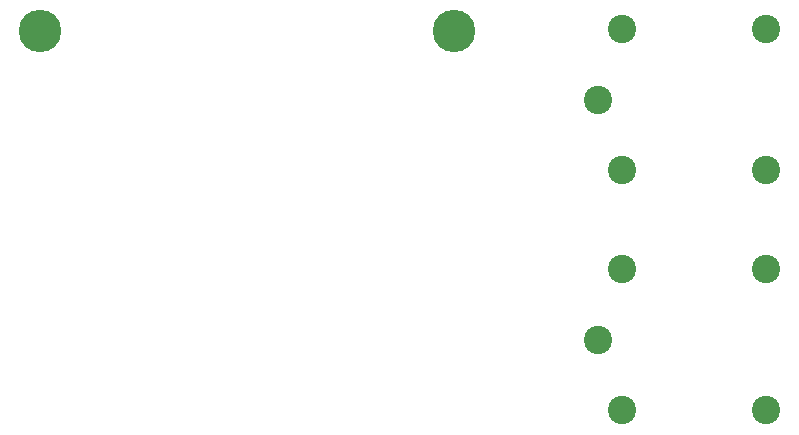
<source format=gbs>
G04 #@! TF.FileFunction,Soldermask,Bot*
%FSLAX46Y46*%
G04 Gerber Fmt 4.6, Leading zero omitted, Abs format (unit mm)*
G04 Created by KiCad (PCBNEW 4.0.2+dfsg1-stable) date Sun 08 May 2016 11:46:39 AM CEST*
%MOMM*%
G01*
G04 APERTURE LIST*
%ADD10C,0.100000*%
%ADD11C,3.600000*%
%ADD12C,2.400000*%
G04 APERTURE END LIST*
D10*
D11*
X80640000Y-40560000D03*
D12*
X107065000Y-52355000D03*
X107065000Y-40355000D03*
X94865000Y-52355000D03*
X94865000Y-40355000D03*
X92865000Y-46355000D03*
X107065000Y-72675000D03*
X107065000Y-60675000D03*
X94865000Y-72675000D03*
X94865000Y-60675000D03*
X92865000Y-66675000D03*
D11*
X45640000Y-40560000D03*
M02*

</source>
